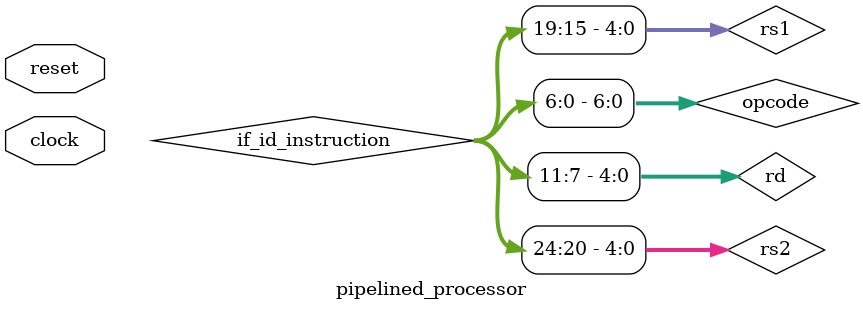
<source format=v>
module pipelined_processor (
    input wire clock,
    input wire reset
);

  wire [31:0] instruction;

  program_counter PC (
      .clock(clock),
      .reset(reset),
      .pc_current(pc)
  );

  instruction_memory IM (
      .address(pc),
      .instruction(instruction)
  );

  wire [63:0] if_id_pc;
  wire [31:0] if_id_instruction;

  if_id_reg IF_ID (
      .clock(clock),
      .reset(reset),
      .pc_in(pc),
      .instruction_in(instruction),
      .pc_out(if_id_pc),
      .instruction_out(if_id_instruction)
  );


  wire [6:0] opcode = if_id_instruction[6:0];
  wire [4:0] rs1 = if_id_instruction[19:15];
  wire [4:0] rs2 = if_id_instruction[24:20];
  wire [4:0] rd = if_id_instruction[11:7];

  wire [63:0] rs1_data, rs2_data;
  wire [63:0] imm;

  wire reg_write, mem_read, mem_write, mem_to_reg;
  wire branch, alu_src;
  wire [3:0] alu_ctl;
  wire [2:0] imm_type;

  register_file RF (
      .clock(clock),
      .reg_write(mem_wb_reg_write),
      .rs1_address(rs1),
      .rs2_address(rs2),
      .rd_address(mem_wb_rd),
      .write_data(wb_data),
      .rs1_data(rs1_data),
      .rs2_data(rs2_data)
  );

  control_unit CU (
      .opcode(opcode),
      .funct3(if_id_instruction[14:12]),
      .funct7(if_id_instruction[31:25]),
      .reg_write(reg_write),
      .mem_read(mem_read),
      .mem_write(mem_write),
      .mem_to_reg(mem_to_reg),
      .branch(branch),
      .alu_src(alu_src),
      .alu_ctl(alu_ctl),
      .imm_type(imm_type)
  );

  immediate_generator IG (
      .instruction(if_id_instruction),
      .imm(imm)
  );

  wire [63:0] id_ex_rs1, id_ex_rs2, id_ex_imm;
  wire [4:0]  id_ex_rd;
  wire id_ex_reg_write, id_ex_mem_read;
  wire id_ex_mem_write, id_ex_mem_to_reg;
  wire id_ex_alu_src;
  wire [3:0]  id_ex_alu_ctl;

  id_ex_reg ID_EX (
      .clock(clock),
      .reset(reset),

      .rs1_in(rs1_data),
      .rs2_in(rs2_data),
      .imm_in(imm),
      .rd_in(rd),

      .reg_write_in(reg_write),
      .mem_read_in(mem_read),
      .mem_write_in(mem_write),
      .mem_to_reg_in(mem_to_reg),
      .alu_src_in(alu_src),
      .alu_ctl_in(alu_ctl),

      .rs1_out(id_ex_rs1),
      .rs2_out(id_ex_rs2),
      .imm_out(id_ex_imm),
      .rd_out(id_ex_rd),

      .reg_write_out(id_ex_reg_write),
      .mem_read_out(id_ex_mem_read),
      .mem_write_out(id_ex_mem_write),
      .mem_to_reg_out(id_ex_mem_to_reg),
      .alu_src_out(id_ex_alu_src),
      .alu_ctl_out(id_ex_alu_ctl)
  );

  wire [63:0] alu_in2;
  wire [63:0] alu_result;
  wire zero;

  assign alu_in2 = (id_ex_alu_src) ? id_ex_imm : id_ex_rs2;

  alu ALU (
      .rs1_data(id_ex_rs1),
      .rs2_data(alu_in2),
      .alu_ctl(id_ex_alu_ctl),
      .alu_out(alu_result),
      .zero(zero)
  );


  wire [63:0] ex_mem_alu, ex_mem_rs2;
  wire [4:0] ex_mem_rd;
  wire ex_mem_reg_write, ex_mem_mem_read;
  wire ex_mem_mem_write, ex_mem_mem_to_reg;

  ex_mem_reg EX_MEM (
      .clock(clock),
      .reset(reset),

      .alu_result_in(alu_result),
      .rs2_in(id_ex_rs2),
      .rd_in(id_ex_rd),

      .reg_write_in(id_ex_reg_write),
      .mem_read_in(id_ex_mem_read),
      .mem_write_in(id_ex_mem_write),
      .mem_to_reg_in(id_ex_mem_to_reg),

      .alu_result_out(ex_mem_alu),
      .rs2_out(ex_mem_rs2),
      .rd_out(ex_mem_rd),

      .reg_write_out(ex_mem_reg_write),
      .mem_read_out(ex_mem_mem_read),
      .mem_write_out(ex_mem_mem_write),
      .mem_to_reg_out(ex_mem_mem_to_reg)
  );

  wire [63:0] mem_data;

  data_memory DM (
      .clock(clock),
      .mem_write(ex_mem_mem_write),
      .mem_read(ex_mem_mem_read),
      .address(ex_mem_alu),
      .write_data(ex_mem_rs2),
      .read_data(mem_data)
  );

  wire [63:0] mem_wb_mem, mem_wb_alu;
  wire [4:0]  mem_wb_rd;
  wire        mem_wb_reg_write, mem_wb_mem_to_reg;

  mem_wb_reg MEM_WB (
      .clock(clock),
      .reset(reset),

      .mem_data_in(mem_data),
      .alu_result_in(ex_mem_alu),
      .rd_in(ex_mem_rd),

      .reg_write_in(ex_mem_reg_write),
      .mem_to_reg_in(ex_mem_mem_to_reg),

      .mem_data_out(mem_wb_mem),
      .alu_result_out(mem_wb_alu),
      .rd_out(mem_wb_rd),

      .reg_write_out(mem_wb_reg_write),
      .mem_to_reg_out(mem_wb_mem_to_reg)
  );

  wire [63:0] wb_data;

  assign wb_data = (mem_wb_mem_to_reg) ? mem_wb_mem : mem_wb_alu;

endmodule

</source>
